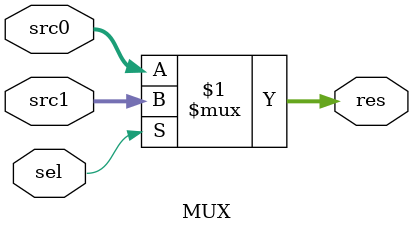
<source format=v>
`timescale 1ns / 1ps


module MUX(
    input                   [ 0 : 0 ]   sel,
    input                   [ 31: 0 ]   src0, src1,
    output                  [ 31: 0 ]   res
    );

    assign res = sel ? src1 : src0;

endmodule

</source>
